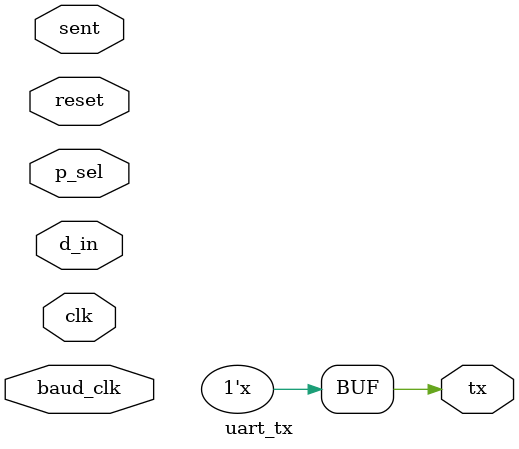
<source format=v>




module uart_tx(input reset,
			  input clk,
			  input sent,
		      input [7:0] d_in,
		      input baud_clk,
		      input p_sel,	
		      output reg tx);

reg [10:0] t_data;
reg [10:0] temp;
reg p_bit;
reg [3:0] t_count;
reg [2:0] ps, ns;

	parameter [2:0] IDLE = 0,
					RECEIVE = 1,
		       PARITY = 2,
			GEN = 3,
	 		TRANSFER = 4;
	

always@(posedge clk, negedge reset)
begin
	if(!reset)
	begin
		ps <= IDLE;
		tx <= 1;
		t_count <= 10;

	end
	else
		ps <= ns;
end

always@(*)
begin
	case(ps)
			IDLE : begin
					ns = !reset ? IDLE : RECEIVE;
					t_count = 10;
					end
		RECEIVE :begin
				       	temp = d_in;
					ns = PARITY;
					end
		PARITY : begin
					case(p_sel)
						1'b0 : p_bit = !(^temp);
						1'b1 : p_bit = ^temp;
					endcase
					ns = GEN;
					end
		GEN : 	begin
					t_data = {1'b0, d_in, p_bit, 1'b1};
					ns = sent ? TRANSFER : GEN;

					end
		TRANSFER : begin
					
				if(t_count >= 0 && t_count <= 10)
					if(baud_clk)
					begin
						tx = t_data[t_count];
						t_count = t_count - 1;
		
					end
					else
						ns = TRANSFER;

				else
					begin
						ns = IDLE;
						
					end
		end
		default: ns = IDLE;
	endcase
end
					
endmodule





</source>
